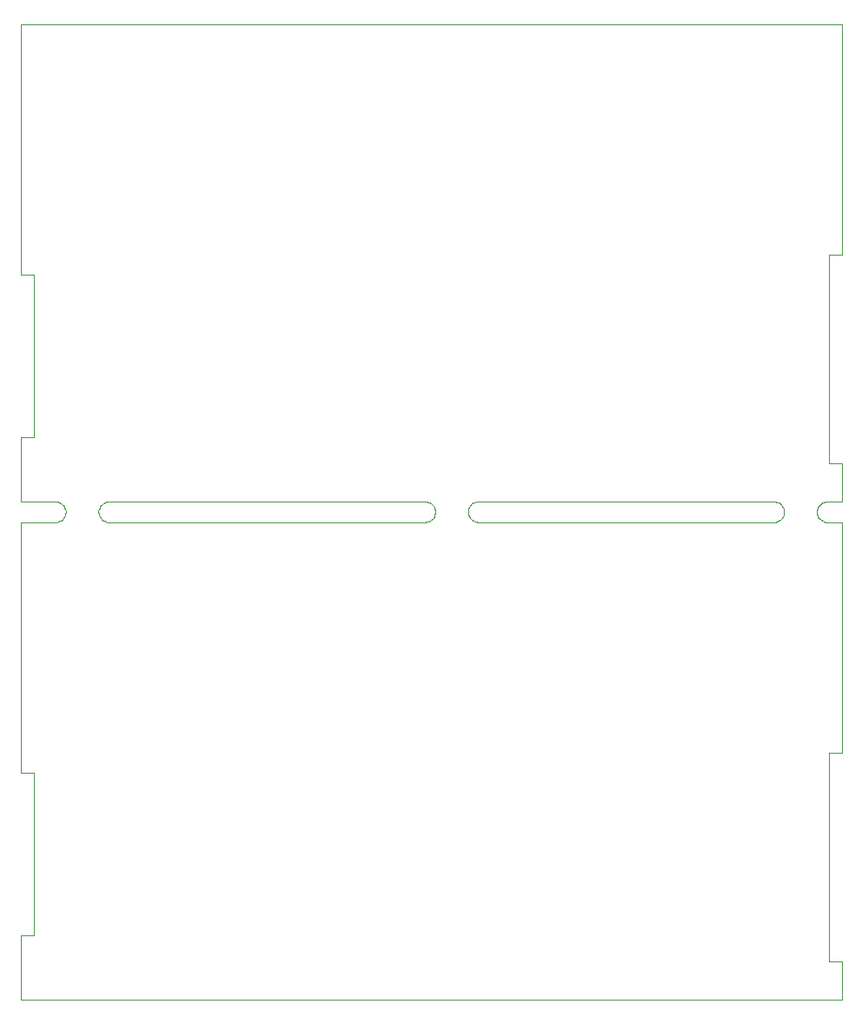
<source format=gko>
%MOIN*%
%OFA0B0*%
%FSLAX36Y36*%
%IPPOS*%
%LPD*%
%ADD10C,0*%
D10*
X001537085Y001830708D02*
X001537085Y001830708D01*
X000338506Y001830708D01*
X000332435Y001831179D01*
X000326508Y001832581D01*
X000320869Y001834880D01*
X000315651Y001838021D01*
X000310981Y001841930D01*
X000306969Y001846512D01*
X000303712Y001851657D01*
X000301287Y001857244D01*
X000299753Y001863138D01*
X000299146Y001869197D01*
X000299481Y001875278D01*
X000300750Y001881235D01*
X000302922Y001886924D01*
X000305946Y001892210D01*
X000309749Y001896967D01*
X000314240Y001901081D01*
X000319312Y001904452D01*
X000324843Y001907001D01*
X000330701Y001908667D01*
X000336745Y001909409D01*
X000350800Y001910038D01*
X000350888Y001910042D01*
X000350977Y001910046D01*
X000351065Y001910049D01*
X000351154Y001910053D01*
X000351242Y001910056D01*
X000351331Y001910058D01*
X000351419Y001910061D01*
X000351508Y001910064D01*
X000351596Y001910066D01*
X000351685Y001910068D01*
X000351773Y001910070D01*
X000351862Y001910071D01*
X000351950Y001910073D01*
X000352039Y001910074D01*
X000352127Y001910075D01*
X000352216Y001910076D01*
X000352305Y001910077D01*
X000352393Y001910077D01*
X000352482Y001910078D01*
X000352570Y001910078D01*
X001551465Y001909808D01*
X001557575Y001909330D01*
X001563536Y001907909D01*
X001569205Y001905580D01*
X001574443Y001902400D01*
X001579125Y001898446D01*
X001583136Y001893813D01*
X001586380Y001888613D01*
X001588777Y001882973D01*
X001590270Y001877030D01*
X001590823Y001870926D01*
X001590422Y001864811D01*
X001589077Y001858832D01*
X001586820Y001853135D01*
X001583706Y001847856D01*
X001579811Y001843125D01*
X001575229Y001839056D01*
X001570071Y001835747D01*
X001564462Y001833278D01*
X001558537Y001831710D01*
X001552441Y001831080D01*
X001538070Y001830720D01*
X001538021Y001830719D01*
X001537971Y001830718D01*
X001537922Y001830717D01*
X001537873Y001830716D01*
X001537824Y001830715D01*
X001537774Y001830714D01*
X001537725Y001830713D01*
X001537676Y001830713D01*
X001537627Y001830712D01*
X001537577Y001830711D01*
X001537528Y001830711D01*
X001537479Y001830710D01*
X001537429Y001830710D01*
X001537380Y001830709D01*
X001537331Y001830709D01*
X001537282Y001830709D01*
X001537232Y001830708D01*
X001537183Y001830708D01*
X001537134Y001830708D01*
X001537085Y001830708D01*
X002875678Y001909510D02*
X002875678Y001909510D01*
X002875686Y001909510D01*
X002875694Y001909510D01*
X002875702Y001909510D01*
X002875710Y001909510D01*
X002875719Y001909510D01*
X002875727Y001909510D01*
X002875735Y001909510D01*
X002875743Y001909510D01*
X002875751Y001909510D01*
X002875759Y001909510D01*
X002875768Y001909510D01*
X002875776Y001909510D01*
X002875784Y001909510D01*
X002875792Y001909510D01*
X002875800Y001909510D01*
X002875809Y001909510D01*
X002875817Y001909510D01*
X002875825Y001909510D01*
X002875833Y001909510D01*
X002875841Y001909510D01*
X002890011Y001909448D01*
X002896160Y001908938D01*
X002902153Y001907473D01*
X002907843Y001905090D01*
X002913092Y001901848D01*
X002917769Y001897825D01*
X002921761Y001893122D01*
X002924969Y001887852D01*
X002927314Y001882146D01*
X002928739Y001876143D01*
X002929209Y001869992D01*
X002928712Y001863843D01*
X002927261Y001857847D01*
X002924891Y001852151D01*
X002921660Y001846895D01*
X002917647Y001842209D01*
X002912952Y001838207D01*
X002907690Y001834987D01*
X002901989Y001832630D01*
X002895989Y001831192D01*
X002889839Y001830708D01*
X001770001Y001830708D01*
X001769958Y001830708D01*
X001769915Y001830708D01*
X001769872Y001830708D01*
X001769829Y001830709D01*
X001769786Y001830709D01*
X001769743Y001830709D01*
X001769700Y001830709D01*
X001769657Y001830710D01*
X001769614Y001830710D01*
X001769571Y001830710D01*
X001769528Y001830711D01*
X001769485Y001830712D01*
X001769442Y001830712D01*
X001769399Y001830713D01*
X001769356Y001830713D01*
X001769313Y001830714D01*
X001769270Y001830715D01*
X001769227Y001830716D01*
X001769184Y001830717D01*
X001769141Y001830718D01*
X001754778Y001831031D01*
X001748673Y001831643D01*
X001742738Y001833196D01*
X001737115Y001835652D01*
X001731943Y001838951D01*
X001727346Y001843015D01*
X001723436Y001847743D01*
X001720308Y001853021D01*
X001718038Y001858721D01*
X001716681Y001864705D01*
X001716271Y001870827D01*
X001716816Y001876938D01*
X001718305Y001882890D01*
X001720700Y001888539D01*
X001723944Y001893747D01*
X001727957Y001898387D01*
X001732643Y001902348D01*
X001737887Y001905533D01*
X001743562Y001907864D01*
X001749531Y001909285D01*
X001755647Y001909762D01*
X002875678Y001909510D01*
X000119879Y001910130D02*
X000119879Y001910130D01*
X000119974Y001910130D01*
X000120069Y001910129D01*
X000120164Y001910129D01*
X000120259Y001910128D01*
X000120353Y001910127D01*
X000120448Y001910126D01*
X000120543Y001910124D01*
X000120638Y001910122D01*
X000120733Y001910121D01*
X000120828Y001910118D01*
X000120923Y001910116D01*
X000121018Y001910113D01*
X000121113Y001910110D01*
X000121207Y001910107D01*
X000121302Y001910104D01*
X000121397Y001910100D01*
X000121492Y001910097D01*
X000121587Y001910093D01*
X000121681Y001910088D01*
X000121776Y001910084D01*
X000135840Y001909402D01*
X000141874Y001908639D01*
X000147720Y001906956D01*
X000153236Y001904392D01*
X000158291Y001901009D01*
X000162765Y001896888D01*
X000166551Y001892126D01*
X000169558Y001886839D01*
X000171714Y001881151D01*
X000172969Y001875199D01*
X000173292Y001869125D01*
X000172675Y001863073D01*
X000171134Y001857189D01*
X000168704Y001851613D01*
X000165445Y001846477D01*
X000161433Y001841904D01*
X000156765Y001838004D01*
X000151552Y001834870D01*
X000145918Y001832577D01*
X000139998Y001831178D01*
X000133934Y001830708D01*
X000000000Y001830708D01*
X000000000Y000870708D01*
X000050000Y000870708D01*
X000050000Y000245708D01*
X000000000Y000245708D01*
X000000000Y000000708D01*
X003149606Y000000000D01*
X003150000Y000145708D01*
X003100000Y000145708D01*
X003100000Y000945708D01*
X003150000Y000945708D01*
X003149606Y001830708D01*
X003094412Y001830708D01*
X003088254Y001831193D01*
X003082248Y001832634D01*
X003076542Y001834997D01*
X003071275Y001838224D01*
X003066578Y001842235D01*
X003062566Y001846931D01*
X003059337Y001852196D01*
X003056972Y001857902D01*
X003055528Y001863907D01*
X003055042Y001870065D01*
X003055524Y001876222D01*
X003056964Y001882229D01*
X003059325Y001887936D01*
X003062550Y001893204D01*
X003066559Y001897903D01*
X003071253Y001901917D01*
X003076518Y001905147D01*
X003082223Y001907514D01*
X003088228Y001908960D01*
X003094385Y001909448D01*
X003108546Y001909458D01*
X003108548Y001909458D01*
X003108550Y001909458D01*
X003108552Y001909458D01*
X003108554Y001909458D01*
X003108555Y001909458D01*
X003108557Y001909458D01*
X003108559Y001909458D01*
X003108561Y001909458D01*
X003108562Y001909458D01*
X003108564Y001909458D01*
X003108566Y001909458D01*
X003108568Y001909458D01*
X003108570Y001909458D01*
X003108571Y001909458D01*
X003108573Y001909458D01*
X003108575Y001909458D01*
X003108577Y001909458D01*
X003108579Y001909458D01*
X003108580Y001909458D01*
X003108582Y001909458D01*
X003149606Y001909449D01*
X003150000Y002055157D01*
X003100000Y002055157D01*
X003100000Y002855157D01*
X003150000Y002855157D01*
X003149606Y003740157D01*
X000000000Y003740157D01*
X000000000Y002780157D01*
X000050000Y002780157D01*
X000050000Y002155157D01*
X000000000Y002155157D01*
X000000000Y001910157D01*
X000119879Y001910130D01*
M02*
</source>
